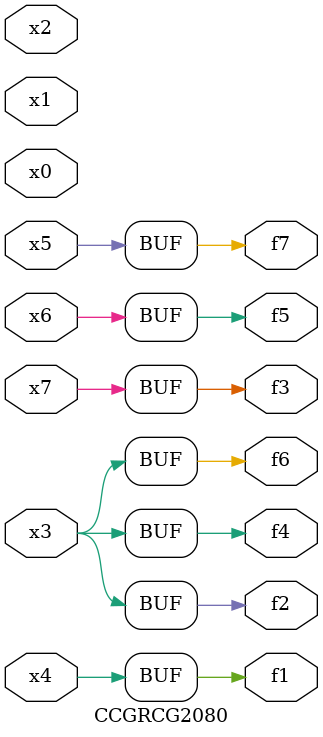
<source format=v>
module CCGRCG2080(
	input x0, x1, x2, x3, x4, x5, x6, x7,
	output f1, f2, f3, f4, f5, f6, f7
);
	assign f1 = x4;
	assign f2 = x3;
	assign f3 = x7;
	assign f4 = x3;
	assign f5 = x6;
	assign f6 = x3;
	assign f7 = x5;
endmodule

</source>
